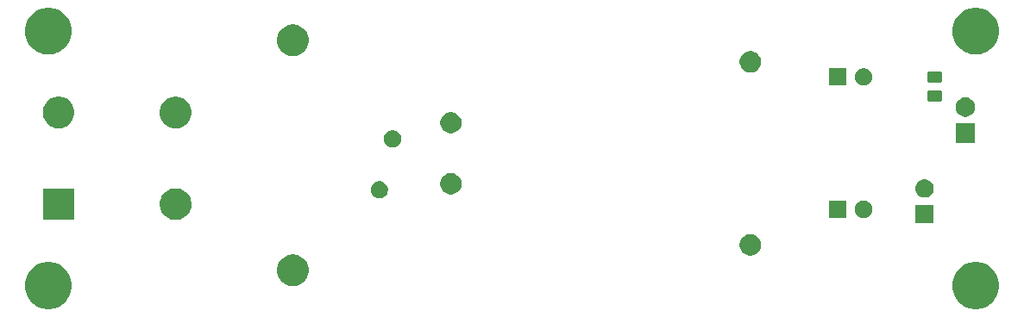
<source format=gbr>
G04 #@! TF.GenerationSoftware,KiCad,Pcbnew,(5.0.1)-3*
G04 #@! TF.CreationDate,2021-02-16T20:13:23+05:45*
G04 #@! TF.ProjectId,Power,506F7765722E6B696361645F70636200,rev?*
G04 #@! TF.SameCoordinates,Original*
G04 #@! TF.FileFunction,Soldermask,Top*
G04 #@! TF.FilePolarity,Negative*
%FSLAX46Y46*%
G04 Gerber Fmt 4.6, Leading zero omitted, Abs format (unit mm)*
G04 Created by KiCad (PCBNEW (5.0.1)-3) date 2/16/2021 8:13:23 PM*
%MOMM*%
%LPD*%
G01*
G04 APERTURE LIST*
%ADD10C,0.100000*%
G04 APERTURE END LIST*
D10*
G36*
X239448903Y-65743213D02*
X239671177Y-65787426D01*
X240089932Y-65960880D01*
X240466802Y-66212696D01*
X240787304Y-66533198D01*
X241039120Y-66910068D01*
X241212574Y-67328823D01*
X241301000Y-67773371D01*
X241301000Y-68226629D01*
X241212574Y-68671177D01*
X241039120Y-69089932D01*
X240787304Y-69466802D01*
X240466802Y-69787304D01*
X240089932Y-70039120D01*
X239671177Y-70212574D01*
X239448903Y-70256787D01*
X239226630Y-70301000D01*
X238773370Y-70301000D01*
X238551097Y-70256787D01*
X238328823Y-70212574D01*
X237910068Y-70039120D01*
X237533198Y-69787304D01*
X237212696Y-69466802D01*
X236960880Y-69089932D01*
X236787426Y-68671177D01*
X236699000Y-68226629D01*
X236699000Y-67773371D01*
X236787426Y-67328823D01*
X236960880Y-66910068D01*
X237212696Y-66533198D01*
X237533198Y-66212696D01*
X237910068Y-65960880D01*
X238328823Y-65787426D01*
X238551097Y-65743213D01*
X238773370Y-65699000D01*
X239226630Y-65699000D01*
X239448903Y-65743213D01*
X239448903Y-65743213D01*
G37*
G36*
X148448903Y-65743213D02*
X148671177Y-65787426D01*
X149089932Y-65960880D01*
X149466802Y-66212696D01*
X149787304Y-66533198D01*
X150039120Y-66910068D01*
X150212574Y-67328823D01*
X150301000Y-67773371D01*
X150301000Y-68226629D01*
X150212574Y-68671177D01*
X150039120Y-69089932D01*
X149787304Y-69466802D01*
X149466802Y-69787304D01*
X149089932Y-70039120D01*
X148671177Y-70212574D01*
X148448903Y-70256787D01*
X148226630Y-70301000D01*
X147773370Y-70301000D01*
X147551097Y-70256787D01*
X147328823Y-70212574D01*
X146910068Y-70039120D01*
X146533198Y-69787304D01*
X146212696Y-69466802D01*
X145960880Y-69089932D01*
X145787426Y-68671177D01*
X145699000Y-68226629D01*
X145699000Y-67773371D01*
X145787426Y-67328823D01*
X145960880Y-66910068D01*
X146212696Y-66533198D01*
X146533198Y-66212696D01*
X146910068Y-65960880D01*
X147328823Y-65787426D01*
X147551097Y-65743213D01*
X147773370Y-65699000D01*
X148226630Y-65699000D01*
X148448903Y-65743213D01*
X148448903Y-65743213D01*
G37*
G36*
X172352527Y-64988736D02*
X172452410Y-65008604D01*
X172734674Y-65125521D01*
X172988705Y-65295259D01*
X173204741Y-65511295D01*
X173374479Y-65765326D01*
X173491396Y-66047590D01*
X173551000Y-66347240D01*
X173551000Y-66652760D01*
X173491396Y-66952410D01*
X173374479Y-67234674D01*
X173204741Y-67488705D01*
X172988705Y-67704741D01*
X172734674Y-67874479D01*
X172452410Y-67991396D01*
X172352527Y-68011264D01*
X172152762Y-68051000D01*
X171847238Y-68051000D01*
X171647473Y-68011264D01*
X171547590Y-67991396D01*
X171265326Y-67874479D01*
X171011295Y-67704741D01*
X170795259Y-67488705D01*
X170625521Y-67234674D01*
X170508604Y-66952410D01*
X170449000Y-66652760D01*
X170449000Y-66347240D01*
X170508604Y-66047590D01*
X170625521Y-65765326D01*
X170795259Y-65511295D01*
X171011295Y-65295259D01*
X171265326Y-65125521D01*
X171547590Y-65008604D01*
X171647473Y-64988736D01*
X171847238Y-64949000D01*
X172152762Y-64949000D01*
X172352527Y-64988736D01*
X172352527Y-64988736D01*
G37*
G36*
X217206565Y-62989389D02*
X217397834Y-63068615D01*
X217569976Y-63183637D01*
X217716363Y-63330024D01*
X217831385Y-63502166D01*
X217910611Y-63693435D01*
X217951000Y-63896484D01*
X217951000Y-64103516D01*
X217910611Y-64306565D01*
X217831385Y-64497834D01*
X217716363Y-64669976D01*
X217569976Y-64816363D01*
X217397834Y-64931385D01*
X217206565Y-65010611D01*
X217003516Y-65051000D01*
X216796484Y-65051000D01*
X216593435Y-65010611D01*
X216402166Y-64931385D01*
X216230024Y-64816363D01*
X216083637Y-64669976D01*
X215968615Y-64497834D01*
X215889389Y-64306565D01*
X215849000Y-64103516D01*
X215849000Y-63896484D01*
X215889389Y-63693435D01*
X215968615Y-63502166D01*
X216083637Y-63330024D01*
X216230024Y-63183637D01*
X216402166Y-63068615D01*
X216593435Y-62989389D01*
X216796484Y-62949000D01*
X217003516Y-62949000D01*
X217206565Y-62989389D01*
X217206565Y-62989389D01*
G37*
G36*
X234901000Y-61901000D02*
X233099000Y-61901000D01*
X233099000Y-60099000D01*
X234901000Y-60099000D01*
X234901000Y-61901000D01*
X234901000Y-61901000D01*
G37*
G36*
X150551000Y-61551000D02*
X147449000Y-61551000D01*
X147449000Y-58449000D01*
X150551000Y-58449000D01*
X150551000Y-61551000D01*
X150551000Y-61551000D01*
G37*
G36*
X160852527Y-58488736D02*
X160952410Y-58508604D01*
X161234674Y-58625521D01*
X161488705Y-58795259D01*
X161704741Y-59011295D01*
X161874479Y-59265326D01*
X161933699Y-59408297D01*
X161991396Y-59547591D01*
X162051000Y-59847238D01*
X162051000Y-60152762D01*
X162011264Y-60352527D01*
X161991396Y-60452410D01*
X161874479Y-60734674D01*
X161704741Y-60988705D01*
X161488705Y-61204741D01*
X161234674Y-61374479D01*
X160952410Y-61491396D01*
X160852527Y-61511264D01*
X160652762Y-61551000D01*
X160347238Y-61551000D01*
X160147473Y-61511264D01*
X160047590Y-61491396D01*
X159765326Y-61374479D01*
X159511295Y-61204741D01*
X159295259Y-60988705D01*
X159125521Y-60734674D01*
X159008604Y-60452410D01*
X158988736Y-60352527D01*
X158949000Y-60152762D01*
X158949000Y-59847238D01*
X159008604Y-59547591D01*
X159066301Y-59408297D01*
X159125521Y-59265326D01*
X159295259Y-59011295D01*
X159511295Y-58795259D01*
X159765326Y-58625521D01*
X160047590Y-58508604D01*
X160147473Y-58488736D01*
X160347238Y-58449000D01*
X160652762Y-58449000D01*
X160852527Y-58488736D01*
X160852527Y-58488736D01*
G37*
G36*
X226351000Y-61351000D02*
X224649000Y-61351000D01*
X224649000Y-59649000D01*
X226351000Y-59649000D01*
X226351000Y-61351000D01*
X226351000Y-61351000D01*
G37*
G36*
X228248228Y-59681703D02*
X228403100Y-59745853D01*
X228542481Y-59838985D01*
X228661015Y-59957519D01*
X228754147Y-60096900D01*
X228818297Y-60251772D01*
X228851000Y-60416184D01*
X228851000Y-60583816D01*
X228818297Y-60748228D01*
X228754147Y-60903100D01*
X228661015Y-61042481D01*
X228542481Y-61161015D01*
X228403100Y-61254147D01*
X228248228Y-61318297D01*
X228083816Y-61351000D01*
X227916184Y-61351000D01*
X227751772Y-61318297D01*
X227596900Y-61254147D01*
X227457519Y-61161015D01*
X227338985Y-61042481D01*
X227245853Y-60903100D01*
X227181703Y-60748228D01*
X227149000Y-60583816D01*
X227149000Y-60416184D01*
X227181703Y-60251772D01*
X227245853Y-60096900D01*
X227338985Y-59957519D01*
X227457519Y-59838985D01*
X227596900Y-59745853D01*
X227751772Y-59681703D01*
X227916184Y-59649000D01*
X228083816Y-59649000D01*
X228248228Y-59681703D01*
X228248228Y-59681703D01*
G37*
G36*
X180728228Y-57771703D02*
X180883100Y-57835853D01*
X181022481Y-57928985D01*
X181141015Y-58047519D01*
X181234147Y-58186900D01*
X181298297Y-58341772D01*
X181331000Y-58506184D01*
X181331000Y-58673816D01*
X181298297Y-58838228D01*
X181234147Y-58993100D01*
X181141015Y-59132481D01*
X181022481Y-59251015D01*
X180883100Y-59344147D01*
X180728228Y-59408297D01*
X180563816Y-59441000D01*
X180396184Y-59441000D01*
X180231772Y-59408297D01*
X180076900Y-59344147D01*
X179937519Y-59251015D01*
X179818985Y-59132481D01*
X179725853Y-58993100D01*
X179661703Y-58838228D01*
X179629000Y-58673816D01*
X179629000Y-58506184D01*
X179661703Y-58341772D01*
X179725853Y-58186900D01*
X179818985Y-58047519D01*
X179937519Y-57928985D01*
X180076900Y-57835853D01*
X180231772Y-57771703D01*
X180396184Y-57739000D01*
X180563816Y-57739000D01*
X180728228Y-57771703D01*
X180728228Y-57771703D01*
G37*
G36*
X234110442Y-57565518D02*
X234176627Y-57572037D01*
X234289853Y-57606384D01*
X234346467Y-57623557D01*
X234477198Y-57693435D01*
X234502991Y-57707222D01*
X234538729Y-57736552D01*
X234640186Y-57819814D01*
X234703108Y-57896486D01*
X234752778Y-57957009D01*
X234752779Y-57957011D01*
X234836443Y-58113533D01*
X234836443Y-58113534D01*
X234887963Y-58283373D01*
X234905359Y-58460000D01*
X234887963Y-58636627D01*
X234853616Y-58749853D01*
X234836443Y-58806467D01*
X234831153Y-58816363D01*
X234752778Y-58962991D01*
X234728068Y-58993100D01*
X234640186Y-59100186D01*
X234538729Y-59183448D01*
X234502991Y-59212778D01*
X234502989Y-59212779D01*
X234346467Y-59296443D01*
X234289853Y-59313616D01*
X234176627Y-59347963D01*
X234110442Y-59354482D01*
X234044260Y-59361000D01*
X233955740Y-59361000D01*
X233889558Y-59354482D01*
X233823373Y-59347963D01*
X233710147Y-59313616D01*
X233653533Y-59296443D01*
X233497011Y-59212779D01*
X233497009Y-59212778D01*
X233461271Y-59183448D01*
X233359814Y-59100186D01*
X233271932Y-58993100D01*
X233247222Y-58962991D01*
X233168847Y-58816363D01*
X233163557Y-58806467D01*
X233146384Y-58749853D01*
X233112037Y-58636627D01*
X233094641Y-58460000D01*
X233112037Y-58283373D01*
X233163557Y-58113534D01*
X233163557Y-58113533D01*
X233247221Y-57957011D01*
X233247222Y-57957009D01*
X233296892Y-57896486D01*
X233359814Y-57819814D01*
X233461271Y-57736552D01*
X233497009Y-57707222D01*
X233522802Y-57693435D01*
X233653533Y-57623557D01*
X233710147Y-57606384D01*
X233823373Y-57572037D01*
X233889558Y-57565518D01*
X233955740Y-57559000D01*
X234044260Y-57559000D01*
X234110442Y-57565518D01*
X234110442Y-57565518D01*
G37*
G36*
X187806565Y-56989389D02*
X187997834Y-57068615D01*
X188169976Y-57183637D01*
X188316363Y-57330024D01*
X188431385Y-57502166D01*
X188510611Y-57693435D01*
X188551000Y-57896484D01*
X188551000Y-58103516D01*
X188510611Y-58306565D01*
X188431385Y-58497834D01*
X188316363Y-58669976D01*
X188169976Y-58816363D01*
X187997834Y-58931385D01*
X187806565Y-59010611D01*
X187603516Y-59051000D01*
X187396484Y-59051000D01*
X187193435Y-59010611D01*
X187002166Y-58931385D01*
X186830024Y-58816363D01*
X186683637Y-58669976D01*
X186568615Y-58497834D01*
X186489389Y-58306565D01*
X186449000Y-58103516D01*
X186449000Y-57896484D01*
X186489389Y-57693435D01*
X186568615Y-57502166D01*
X186683637Y-57330024D01*
X186830024Y-57183637D01*
X187002166Y-57068615D01*
X187193435Y-56989389D01*
X187396484Y-56949000D01*
X187603516Y-56949000D01*
X187806565Y-56989389D01*
X187806565Y-56989389D01*
G37*
G36*
X182028228Y-52771703D02*
X182183100Y-52835853D01*
X182322481Y-52928985D01*
X182441015Y-53047519D01*
X182534147Y-53186900D01*
X182598297Y-53341772D01*
X182631000Y-53506184D01*
X182631000Y-53673816D01*
X182598297Y-53838228D01*
X182534147Y-53993100D01*
X182441015Y-54132481D01*
X182322481Y-54251015D01*
X182183100Y-54344147D01*
X182028228Y-54408297D01*
X181863816Y-54441000D01*
X181696184Y-54441000D01*
X181531772Y-54408297D01*
X181376900Y-54344147D01*
X181237519Y-54251015D01*
X181118985Y-54132481D01*
X181025853Y-53993100D01*
X180961703Y-53838228D01*
X180929000Y-53673816D01*
X180929000Y-53506184D01*
X180961703Y-53341772D01*
X181025853Y-53186900D01*
X181118985Y-53047519D01*
X181237519Y-52928985D01*
X181376900Y-52835853D01*
X181531772Y-52771703D01*
X181696184Y-52739000D01*
X181863816Y-52739000D01*
X182028228Y-52771703D01*
X182028228Y-52771703D01*
G37*
G36*
X238951000Y-53951000D02*
X237049000Y-53951000D01*
X237049000Y-52049000D01*
X238951000Y-52049000D01*
X238951000Y-53951000D01*
X238951000Y-53951000D01*
G37*
G36*
X187806565Y-50989389D02*
X187997834Y-51068615D01*
X188169976Y-51183637D01*
X188316363Y-51330024D01*
X188431385Y-51502166D01*
X188510611Y-51693435D01*
X188551000Y-51896484D01*
X188551000Y-52103516D01*
X188510611Y-52306565D01*
X188431385Y-52497834D01*
X188316363Y-52669976D01*
X188169976Y-52816363D01*
X187997834Y-52931385D01*
X187806565Y-53010611D01*
X187603516Y-53051000D01*
X187396484Y-53051000D01*
X187193435Y-53010611D01*
X187002166Y-52931385D01*
X186830024Y-52816363D01*
X186683637Y-52669976D01*
X186568615Y-52497834D01*
X186489389Y-52306565D01*
X186449000Y-52103516D01*
X186449000Y-51896484D01*
X186489389Y-51693435D01*
X186568615Y-51502166D01*
X186683637Y-51330024D01*
X186830024Y-51183637D01*
X187002166Y-51068615D01*
X187193435Y-50989389D01*
X187396484Y-50949000D01*
X187603516Y-50949000D01*
X187806565Y-50989389D01*
X187806565Y-50989389D01*
G37*
G36*
X160852527Y-49488736D02*
X160952410Y-49508604D01*
X161234674Y-49625521D01*
X161488705Y-49795259D01*
X161704741Y-50011295D01*
X161874479Y-50265326D01*
X161991396Y-50547590D01*
X161991396Y-50547591D01*
X162051000Y-50847238D01*
X162051000Y-51152762D01*
X162041864Y-51198690D01*
X161991396Y-51452410D01*
X161874479Y-51734674D01*
X161704741Y-51988705D01*
X161488705Y-52204741D01*
X161234674Y-52374479D01*
X160952410Y-52491396D01*
X160852527Y-52511264D01*
X160652762Y-52551000D01*
X160347238Y-52551000D01*
X160147473Y-52511264D01*
X160047590Y-52491396D01*
X159765326Y-52374479D01*
X159511295Y-52204741D01*
X159295259Y-51988705D01*
X159125521Y-51734674D01*
X159008604Y-51452410D01*
X158958136Y-51198690D01*
X158949000Y-51152762D01*
X158949000Y-50847238D01*
X159008604Y-50547591D01*
X159008604Y-50547590D01*
X159125521Y-50265326D01*
X159295259Y-50011295D01*
X159511295Y-49795259D01*
X159765326Y-49625521D01*
X160047590Y-49508604D01*
X160147473Y-49488736D01*
X160347238Y-49449000D01*
X160652762Y-49449000D01*
X160852527Y-49488736D01*
X160852527Y-49488736D01*
G37*
G36*
X149352527Y-49488736D02*
X149452410Y-49508604D01*
X149734674Y-49625521D01*
X149988705Y-49795259D01*
X150204741Y-50011295D01*
X150374479Y-50265326D01*
X150491396Y-50547590D01*
X150491396Y-50547591D01*
X150551000Y-50847238D01*
X150551000Y-51152762D01*
X150541864Y-51198690D01*
X150491396Y-51452410D01*
X150374479Y-51734674D01*
X150204741Y-51988705D01*
X149988705Y-52204741D01*
X149734674Y-52374479D01*
X149452410Y-52491396D01*
X149352527Y-52511264D01*
X149152762Y-52551000D01*
X148847238Y-52551000D01*
X148647473Y-52511264D01*
X148547590Y-52491396D01*
X148265326Y-52374479D01*
X148011295Y-52204741D01*
X147795259Y-51988705D01*
X147625521Y-51734674D01*
X147508604Y-51452410D01*
X147458136Y-51198690D01*
X147449000Y-51152762D01*
X147449000Y-50847238D01*
X147508604Y-50547591D01*
X147508604Y-50547590D01*
X147625521Y-50265326D01*
X147795259Y-50011295D01*
X148011295Y-49795259D01*
X148265326Y-49625521D01*
X148547590Y-49508604D01*
X148647473Y-49488736D01*
X148847238Y-49449000D01*
X149152762Y-49449000D01*
X149352527Y-49488736D01*
X149352527Y-49488736D01*
G37*
G36*
X238277396Y-49545546D02*
X238450466Y-49617234D01*
X238606230Y-49721312D01*
X238738688Y-49853770D01*
X238842766Y-50009534D01*
X238914454Y-50182604D01*
X238951000Y-50366333D01*
X238951000Y-50553667D01*
X238914454Y-50737396D01*
X238842766Y-50910466D01*
X238738688Y-51066230D01*
X238606230Y-51198688D01*
X238450466Y-51302766D01*
X238277396Y-51374454D01*
X238093667Y-51411000D01*
X237906333Y-51411000D01*
X237722604Y-51374454D01*
X237549534Y-51302766D01*
X237393770Y-51198688D01*
X237261312Y-51066230D01*
X237157234Y-50910466D01*
X237085546Y-50737396D01*
X237049000Y-50553667D01*
X237049000Y-50366333D01*
X237085546Y-50182604D01*
X237157234Y-50009534D01*
X237261312Y-49853770D01*
X237393770Y-49721312D01*
X237549534Y-49617234D01*
X237722604Y-49545546D01*
X237906333Y-49509000D01*
X238093667Y-49509000D01*
X238277396Y-49545546D01*
X238277396Y-49545546D01*
G37*
G36*
X235584466Y-48841065D02*
X235623137Y-48852796D01*
X235658779Y-48871848D01*
X235690017Y-48897483D01*
X235715652Y-48928721D01*
X235734704Y-48964363D01*
X235746435Y-49003034D01*
X235751000Y-49049388D01*
X235751000Y-49700612D01*
X235746435Y-49746966D01*
X235734704Y-49785637D01*
X235715652Y-49821279D01*
X235690017Y-49852517D01*
X235658779Y-49878152D01*
X235623137Y-49897204D01*
X235584466Y-49908935D01*
X235538112Y-49913500D01*
X234461888Y-49913500D01*
X234415534Y-49908935D01*
X234376863Y-49897204D01*
X234341221Y-49878152D01*
X234309983Y-49852517D01*
X234284348Y-49821279D01*
X234265296Y-49785637D01*
X234253565Y-49746966D01*
X234249000Y-49700612D01*
X234249000Y-49049388D01*
X234253565Y-49003034D01*
X234265296Y-48964363D01*
X234284348Y-48928721D01*
X234309983Y-48897483D01*
X234341221Y-48871848D01*
X234376863Y-48852796D01*
X234415534Y-48841065D01*
X234461888Y-48836500D01*
X235538112Y-48836500D01*
X235584466Y-48841065D01*
X235584466Y-48841065D01*
G37*
G36*
X226351000Y-48351000D02*
X224649000Y-48351000D01*
X224649000Y-46649000D01*
X226351000Y-46649000D01*
X226351000Y-48351000D01*
X226351000Y-48351000D01*
G37*
G36*
X228248228Y-46681703D02*
X228403100Y-46745853D01*
X228542481Y-46838985D01*
X228661015Y-46957519D01*
X228754147Y-47096900D01*
X228818297Y-47251772D01*
X228851000Y-47416184D01*
X228851000Y-47583816D01*
X228818297Y-47748228D01*
X228754147Y-47903100D01*
X228661015Y-48042481D01*
X228542481Y-48161015D01*
X228403100Y-48254147D01*
X228248228Y-48318297D01*
X228083816Y-48351000D01*
X227916184Y-48351000D01*
X227751772Y-48318297D01*
X227596900Y-48254147D01*
X227457519Y-48161015D01*
X227338985Y-48042481D01*
X227245853Y-47903100D01*
X227181703Y-47748228D01*
X227149000Y-47583816D01*
X227149000Y-47416184D01*
X227181703Y-47251772D01*
X227245853Y-47096900D01*
X227338985Y-46957519D01*
X227457519Y-46838985D01*
X227596900Y-46745853D01*
X227751772Y-46681703D01*
X227916184Y-46649000D01*
X228083816Y-46649000D01*
X228248228Y-46681703D01*
X228248228Y-46681703D01*
G37*
G36*
X235584466Y-46966065D02*
X235623137Y-46977796D01*
X235658779Y-46996848D01*
X235690017Y-47022483D01*
X235715652Y-47053721D01*
X235734704Y-47089363D01*
X235746435Y-47128034D01*
X235751000Y-47174388D01*
X235751000Y-47825612D01*
X235746435Y-47871966D01*
X235734704Y-47910637D01*
X235715652Y-47946279D01*
X235690017Y-47977517D01*
X235658779Y-48003152D01*
X235623137Y-48022204D01*
X235584466Y-48033935D01*
X235538112Y-48038500D01*
X234461888Y-48038500D01*
X234415534Y-48033935D01*
X234376863Y-48022204D01*
X234341221Y-48003152D01*
X234309983Y-47977517D01*
X234284348Y-47946279D01*
X234265296Y-47910637D01*
X234253565Y-47871966D01*
X234249000Y-47825612D01*
X234249000Y-47174388D01*
X234253565Y-47128034D01*
X234265296Y-47089363D01*
X234284348Y-47053721D01*
X234309983Y-47022483D01*
X234341221Y-46996848D01*
X234376863Y-46977796D01*
X234415534Y-46966065D01*
X234461888Y-46961500D01*
X235538112Y-46961500D01*
X235584466Y-46966065D01*
X235584466Y-46966065D01*
G37*
G36*
X217206565Y-44989389D02*
X217397834Y-45068615D01*
X217569976Y-45183637D01*
X217716363Y-45330024D01*
X217831385Y-45502166D01*
X217910611Y-45693435D01*
X217951000Y-45896484D01*
X217951000Y-46103516D01*
X217910611Y-46306565D01*
X217831385Y-46497834D01*
X217716363Y-46669976D01*
X217569976Y-46816363D01*
X217397834Y-46931385D01*
X217206565Y-47010611D01*
X217003516Y-47051000D01*
X216796484Y-47051000D01*
X216593435Y-47010611D01*
X216402166Y-46931385D01*
X216230024Y-46816363D01*
X216083637Y-46669976D01*
X215968615Y-46497834D01*
X215889389Y-46306565D01*
X215849000Y-46103516D01*
X215849000Y-45896484D01*
X215889389Y-45693435D01*
X215968615Y-45502166D01*
X216083637Y-45330024D01*
X216230024Y-45183637D01*
X216402166Y-45068615D01*
X216593435Y-44989389D01*
X216796484Y-44949000D01*
X217003516Y-44949000D01*
X217206565Y-44989389D01*
X217206565Y-44989389D01*
G37*
G36*
X172352527Y-42388736D02*
X172452410Y-42408604D01*
X172734674Y-42525521D01*
X172988705Y-42695259D01*
X173204741Y-42911295D01*
X173374479Y-43165326D01*
X173491396Y-43447590D01*
X173491396Y-43447591D01*
X173551000Y-43747238D01*
X173551000Y-44052762D01*
X173543606Y-44089932D01*
X173491396Y-44352410D01*
X173374479Y-44634674D01*
X173204741Y-44888705D01*
X172988705Y-45104741D01*
X172734674Y-45274479D01*
X172452410Y-45391396D01*
X172352527Y-45411264D01*
X172152762Y-45451000D01*
X171847238Y-45451000D01*
X171647473Y-45411264D01*
X171547590Y-45391396D01*
X171265326Y-45274479D01*
X171011295Y-45104741D01*
X170795259Y-44888705D01*
X170625521Y-44634674D01*
X170508604Y-44352410D01*
X170456394Y-44089932D01*
X170449000Y-44052762D01*
X170449000Y-43747238D01*
X170508604Y-43447591D01*
X170508604Y-43447590D01*
X170625521Y-43165326D01*
X170795259Y-42911295D01*
X171011295Y-42695259D01*
X171265326Y-42525521D01*
X171547590Y-42408604D01*
X171647473Y-42388736D01*
X171847238Y-42349000D01*
X172152762Y-42349000D01*
X172352527Y-42388736D01*
X172352527Y-42388736D01*
G37*
G36*
X239448903Y-40743213D02*
X239671177Y-40787426D01*
X240089932Y-40960880D01*
X240466802Y-41212696D01*
X240787304Y-41533198D01*
X241039120Y-41910068D01*
X241212574Y-42328823D01*
X241301000Y-42773371D01*
X241301000Y-43226629D01*
X241212574Y-43671177D01*
X241039120Y-44089932D01*
X240787304Y-44466802D01*
X240466802Y-44787304D01*
X240089932Y-45039120D01*
X239671177Y-45212574D01*
X239448903Y-45256787D01*
X239226630Y-45301000D01*
X238773370Y-45301000D01*
X238551097Y-45256787D01*
X238328823Y-45212574D01*
X237910068Y-45039120D01*
X237533198Y-44787304D01*
X237212696Y-44466802D01*
X236960880Y-44089932D01*
X236787426Y-43671177D01*
X236699000Y-43226629D01*
X236699000Y-42773371D01*
X236787426Y-42328823D01*
X236960880Y-41910068D01*
X237212696Y-41533198D01*
X237533198Y-41212696D01*
X237910068Y-40960880D01*
X238328823Y-40787426D01*
X238551097Y-40743213D01*
X238773370Y-40699000D01*
X239226630Y-40699000D01*
X239448903Y-40743213D01*
X239448903Y-40743213D01*
G37*
G36*
X148448903Y-40743213D02*
X148671177Y-40787426D01*
X149089932Y-40960880D01*
X149466802Y-41212696D01*
X149787304Y-41533198D01*
X150039120Y-41910068D01*
X150212574Y-42328823D01*
X150301000Y-42773371D01*
X150301000Y-43226629D01*
X150212574Y-43671177D01*
X150039120Y-44089932D01*
X149787304Y-44466802D01*
X149466802Y-44787304D01*
X149089932Y-45039120D01*
X148671177Y-45212574D01*
X148448903Y-45256787D01*
X148226630Y-45301000D01*
X147773370Y-45301000D01*
X147551097Y-45256787D01*
X147328823Y-45212574D01*
X146910068Y-45039120D01*
X146533198Y-44787304D01*
X146212696Y-44466802D01*
X145960880Y-44089932D01*
X145787426Y-43671177D01*
X145699000Y-43226629D01*
X145699000Y-42773371D01*
X145787426Y-42328823D01*
X145960880Y-41910068D01*
X146212696Y-41533198D01*
X146533198Y-41212696D01*
X146910068Y-40960880D01*
X147328823Y-40787426D01*
X147551097Y-40743213D01*
X147773370Y-40699000D01*
X148226630Y-40699000D01*
X148448903Y-40743213D01*
X148448903Y-40743213D01*
G37*
M02*

</source>
